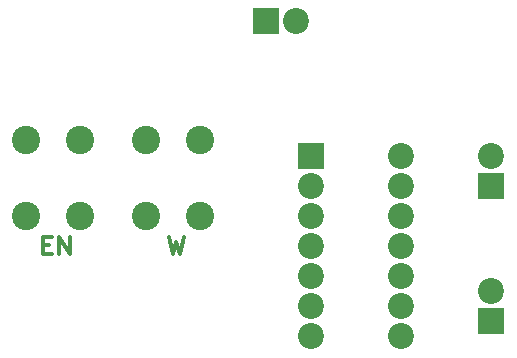
<source format=gbr>
G04 #@! TF.FileFunction,Copper,L1,Top,Signal*
%FSLAX46Y46*%
G04 Gerber Fmt 4.6, Leading zero omitted, Abs format (unit mm)*
G04 Created by KiCad (PCBNEW 4.0.7) date 02/04/19 22:31:31*
%MOMM*%
%LPD*%
G01*
G04 APERTURE LIST*
%ADD10C,0.100000*%
%ADD11C,0.300000*%
%ADD12R,2.200000X2.200000*%
%ADD13C,2.200000*%
%ADD14C,2.400000*%
G04 APERTURE END LIST*
D10*
D11*
X165727143Y-95698571D02*
X166084286Y-97198571D01*
X166370000Y-96127143D01*
X166655714Y-97198571D01*
X167012857Y-95698571D01*
X155102857Y-96412857D02*
X155602857Y-96412857D01*
X155817143Y-97198571D02*
X155102857Y-97198571D01*
X155102857Y-95698571D01*
X155817143Y-95698571D01*
X156460000Y-97198571D02*
X156460000Y-95698571D01*
X157317143Y-97198571D01*
X157317143Y-95698571D01*
D12*
X193040000Y-102870000D03*
D13*
X193040000Y-100330000D03*
D12*
X193040000Y-91440000D03*
D13*
X193040000Y-88900000D03*
D12*
X173990000Y-77470000D03*
D13*
X176530000Y-77470000D03*
D14*
X168330000Y-93980000D03*
X163830000Y-93980000D03*
X168330000Y-87480000D03*
X163830000Y-87480000D03*
X158170000Y-93980000D03*
X153670000Y-93980000D03*
X158170000Y-87480000D03*
X153670000Y-87480000D03*
D12*
X177800000Y-88900000D03*
D13*
X185420000Y-104140000D03*
X177800000Y-91440000D03*
X185420000Y-101600000D03*
X177800000Y-93980000D03*
X185420000Y-99060000D03*
X177800000Y-96520000D03*
X185420000Y-96520000D03*
X177800000Y-99060000D03*
X185420000Y-93980000D03*
X177800000Y-101600000D03*
X185420000Y-91440000D03*
X177800000Y-104140000D03*
X185420000Y-88900000D03*
M02*

</source>
